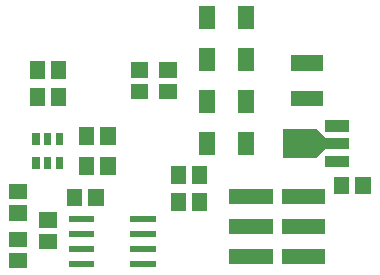
<source format=gbr>
G04 start of page 10 for group -4015 idx -4015 *
G04 Title: (unknown), toppaste *
G04 Creator: pcb 20140316 *
G04 CreationDate: Sun 15 Dec 2019 10:03:36 PM GMT UTC *
G04 For: railfan *
G04 Format: Gerber/RS-274X *
G04 PCB-Dimensions (mil): 1900.00 1120.00 *
G04 PCB-Coordinate-Origin: lower left *
%MOIN*%
%FSLAX25Y25*%
%LNTOPPASTE*%
%ADD62C,0.0001*%
%ADD61R,0.0945X0.0945*%
%ADD60R,0.0378X0.0378*%
%ADD59R,0.0200X0.0200*%
%ADD58R,0.0500X0.0500*%
%ADD57R,0.0550X0.0550*%
%ADD56R,0.0240X0.0240*%
%ADD55R,0.0512X0.0512*%
G54D55*X131245Y72905D02*X136755D01*
X131245Y61095D02*X136755D01*
G54D56*X43500Y40300D02*Y38700D01*
X47400Y40300D02*Y38700D01*
X51300Y40300D02*Y38700D01*
Y48500D02*Y46900D01*
X47400Y48500D02*Y46900D01*
X43500Y48500D02*Y46900D01*
G54D55*X60414Y48893D02*Y48107D01*
X67500Y48893D02*Y48107D01*
X60457Y38893D02*Y38107D01*
X67543Y38893D02*Y38107D01*
X43957Y61893D02*Y61107D01*
X51043Y61893D02*Y61107D01*
X43957Y70893D02*Y70107D01*
X51043Y70893D02*Y70107D01*
X87107Y63457D02*X87893D01*
X87107Y70543D02*X87893D01*
X77607Y63457D02*X78393D01*
X77607Y70543D02*X78393D01*
G54D57*X113500Y47000D02*Y45000D01*
X100500Y47000D02*Y45000D01*
X113500Y75000D02*Y73000D01*
X100500Y75000D02*Y73000D01*
Y61000D02*Y59000D01*
X113500Y61000D02*Y59000D01*
X100500Y89000D02*Y87000D01*
X113500Y89000D02*Y87000D01*
G54D58*X110516Y28500D02*X120004D01*
X110516Y18500D02*X120004D01*
X110516Y8500D02*X120004D01*
X127996D02*X137484D01*
X127996Y18500D02*X137484D01*
X127996Y28500D02*X137484D01*
G54D59*X55500Y21000D02*X62000D01*
X55500Y16000D02*X62000D01*
X55500Y11000D02*X62000D01*
X55500Y6000D02*X62000D01*
X76000D02*X82500D01*
X76000Y11000D02*X82500D01*
X76000Y16000D02*X82500D01*
X76000Y21000D02*X82500D01*
G54D55*X90957Y26893D02*Y26107D01*
X98043Y26893D02*Y26107D01*
X56414Y28393D02*Y27607D01*
X63500Y28393D02*Y27607D01*
X47107Y13457D02*X47893D01*
X47107Y20543D02*X47893D01*
X37107Y6957D02*X37893D01*
X37107Y14043D02*X37893D01*
X152543Y32393D02*Y31607D01*
X145457Y32393D02*Y31607D01*
X98043Y35893D02*Y35107D01*
X90957Y35893D02*Y35107D01*
G54D60*X141895Y40094D02*X145989D01*
X134179Y46000D02*X145989D01*
G54D61*X130555D02*X132445D01*
G54D62*G36*
X135750Y42695D02*X138590Y45535D01*
X140010Y44115D01*
X137170Y41275D01*
X135750Y42695D01*
G37*
G36*
X137170Y50725D02*X140010Y47885D01*
X138590Y46465D01*
X135750Y49305D01*
X137170Y50725D01*
G37*
G54D60*X141895Y51906D02*X145989D01*
G54D55*X37107Y22914D02*X37893D01*
X37107Y30000D02*X37893D01*
M02*

</source>
